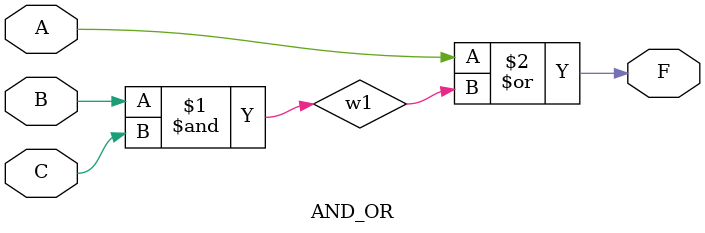
<source format=v>

module AND_OR(A,B,C,F);
input A,B,C;
output F;
wire w1;
and a1(w1,B,C);
or or1(F,A,w1);
endmodule
</source>
